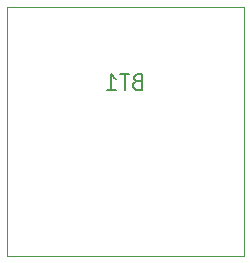
<source format=gbr>
%TF.GenerationSoftware,KiCad,Pcbnew,(5.1.7)-1*%
%TF.CreationDate,2021-01-08T18:54:40-03:00*%
%TF.ProjectId,GettingToBlinky5.0,47657474-696e-4675-946f-426c696e6b79,rev?*%
%TF.SameCoordinates,Original*%
%TF.FileFunction,Legend,Bot*%
%TF.FilePolarity,Positive*%
%FSLAX46Y46*%
G04 Gerber Fmt 4.6, Leading zero omitted, Abs format (unit mm)*
G04 Created by KiCad (PCBNEW (5.1.7)-1) date 2021-01-08 18:54:40*
%MOMM*%
%LPD*%
G01*
G04 APERTURE LIST*
%ADD10C,0.120000*%
%ADD11C,0.150000*%
G04 APERTURE END LIST*
D10*
%TO.C,BT1*%
X126631700Y-105592880D02*
X146687540Y-105592880D01*
X146687540Y-105592880D02*
X146687540Y-84523580D01*
X146687540Y-84523580D02*
X126631700Y-84523580D01*
X126631700Y-84523580D02*
X126631700Y-105592880D01*
X126631700Y-105592880D02*
X126639320Y-105564940D01*
D11*
X137673428Y-90813742D02*
X137487714Y-90875647D01*
X137425809Y-90937552D01*
X137363904Y-91061361D01*
X137363904Y-91247076D01*
X137425809Y-91370885D01*
X137487714Y-91432790D01*
X137611523Y-91494695D01*
X138106761Y-91494695D01*
X138106761Y-90194695D01*
X137673428Y-90194695D01*
X137549619Y-90256600D01*
X137487714Y-90318504D01*
X137425809Y-90442314D01*
X137425809Y-90566123D01*
X137487714Y-90689933D01*
X137549619Y-90751838D01*
X137673428Y-90813742D01*
X138106761Y-90813742D01*
X136992476Y-90194695D02*
X136249619Y-90194695D01*
X136621047Y-91494695D02*
X136621047Y-90194695D01*
X135135333Y-91494695D02*
X135878190Y-91494695D01*
X135506761Y-91494695D02*
X135506761Y-90194695D01*
X135630571Y-90380409D01*
X135754380Y-90504219D01*
X135878190Y-90566123D01*
%TD*%
M02*

</source>
